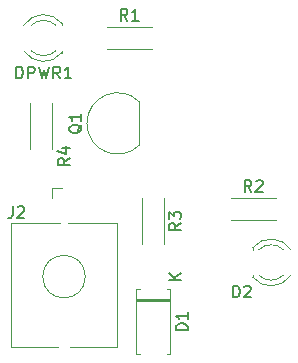
<source format=gbr>
%TF.GenerationSoftware,KiCad,Pcbnew,(6.0.0)*%
%TF.CreationDate,2022-02-15T15:19:29-08:00*%
%TF.ProjectId,LEDShieldPractice,4c454453-6869-4656-9c64-507261637469,rev?*%
%TF.SameCoordinates,Original*%
%TF.FileFunction,Legend,Top*%
%TF.FilePolarity,Positive*%
%FSLAX46Y46*%
G04 Gerber Fmt 4.6, Leading zero omitted, Abs format (unit mm)*
G04 Created by KiCad (PCBNEW (6.0.0)) date 2022-02-15 15:19:29*
%MOMM*%
%LPD*%
G01*
G04 APERTURE LIST*
%ADD10C,0.150000*%
%ADD11C,0.120000*%
G04 APERTURE END LIST*
D10*
%TO.C,R4*%
X35452380Y-45666666D02*
X34976190Y-46000000D01*
X35452380Y-46238095D02*
X34452380Y-46238095D01*
X34452380Y-45857142D01*
X34500000Y-45761904D01*
X34547619Y-45714285D01*
X34642857Y-45666666D01*
X34785714Y-45666666D01*
X34880952Y-45714285D01*
X34928571Y-45761904D01*
X34976190Y-45857142D01*
X34976190Y-46238095D01*
X34785714Y-44809523D02*
X35452380Y-44809523D01*
X34404761Y-45047619D02*
X35119047Y-45285714D01*
X35119047Y-44666666D01*
%TO.C,R3*%
X44872380Y-51166666D02*
X44396190Y-51500000D01*
X44872380Y-51738095D02*
X43872380Y-51738095D01*
X43872380Y-51357142D01*
X43920000Y-51261904D01*
X43967619Y-51214285D01*
X44062857Y-51166666D01*
X44205714Y-51166666D01*
X44300952Y-51214285D01*
X44348571Y-51261904D01*
X44396190Y-51357142D01*
X44396190Y-51738095D01*
X43872380Y-50833333D02*
X43872380Y-50214285D01*
X44253333Y-50547619D01*
X44253333Y-50404761D01*
X44300952Y-50309523D01*
X44348571Y-50261904D01*
X44443809Y-50214285D01*
X44681904Y-50214285D01*
X44777142Y-50261904D01*
X44824761Y-50309523D01*
X44872380Y-50404761D01*
X44872380Y-50690476D01*
X44824761Y-50785714D01*
X44777142Y-50833333D01*
%TO.C,R2*%
X50833333Y-48532380D02*
X50500000Y-48056190D01*
X50261904Y-48532380D02*
X50261904Y-47532380D01*
X50642857Y-47532380D01*
X50738095Y-47580000D01*
X50785714Y-47627619D01*
X50833333Y-47722857D01*
X50833333Y-47865714D01*
X50785714Y-47960952D01*
X50738095Y-48008571D01*
X50642857Y-48056190D01*
X50261904Y-48056190D01*
X51214285Y-47627619D02*
X51261904Y-47580000D01*
X51357142Y-47532380D01*
X51595238Y-47532380D01*
X51690476Y-47580000D01*
X51738095Y-47627619D01*
X51785714Y-47722857D01*
X51785714Y-47818095D01*
X51738095Y-47960952D01*
X51166666Y-48532380D01*
X51785714Y-48532380D01*
%TO.C,R1*%
X40333333Y-34032380D02*
X40000000Y-33556190D01*
X39761904Y-34032380D02*
X39761904Y-33032380D01*
X40142857Y-33032380D01*
X40238095Y-33080000D01*
X40285714Y-33127619D01*
X40333333Y-33222857D01*
X40333333Y-33365714D01*
X40285714Y-33460952D01*
X40238095Y-33508571D01*
X40142857Y-33556190D01*
X39761904Y-33556190D01*
X41285714Y-34032380D02*
X40714285Y-34032380D01*
X41000000Y-34032380D02*
X41000000Y-33032380D01*
X40904761Y-33175238D01*
X40809523Y-33270476D01*
X40714285Y-33318095D01*
%TO.C,Q1*%
X36487619Y-42825238D02*
X36440000Y-42920476D01*
X36344761Y-43015714D01*
X36201904Y-43158571D01*
X36154285Y-43253809D01*
X36154285Y-43349047D01*
X36392380Y-43301428D02*
X36344761Y-43396666D01*
X36249523Y-43491904D01*
X36059047Y-43539523D01*
X35725714Y-43539523D01*
X35535238Y-43491904D01*
X35440000Y-43396666D01*
X35392380Y-43301428D01*
X35392380Y-43110952D01*
X35440000Y-43015714D01*
X35535238Y-42920476D01*
X35725714Y-42872857D01*
X36059047Y-42872857D01*
X36249523Y-42920476D01*
X36344761Y-43015714D01*
X36392380Y-43110952D01*
X36392380Y-43301428D01*
X36392380Y-41920476D02*
X36392380Y-42491904D01*
X36392380Y-42206190D02*
X35392380Y-42206190D01*
X35535238Y-42301428D01*
X35630476Y-42396666D01*
X35678095Y-42491904D01*
%TO.C,J2*%
X30601425Y-49752380D02*
X30601425Y-50466666D01*
X30553806Y-50609523D01*
X30458568Y-50704761D01*
X30315711Y-50752380D01*
X30220473Y-50752380D01*
X31029997Y-49847619D02*
X31077616Y-49800000D01*
X31172854Y-49752380D01*
X31410949Y-49752380D01*
X31506187Y-49800000D01*
X31553806Y-49847619D01*
X31601425Y-49942857D01*
X31601425Y-50038095D01*
X31553806Y-50180952D01*
X30982378Y-50752380D01*
X31601425Y-50752380D01*
%TO.C,DPWR1*%
X30920476Y-38912380D02*
X30920476Y-37912380D01*
X31158571Y-37912380D01*
X31301428Y-37960000D01*
X31396666Y-38055238D01*
X31444285Y-38150476D01*
X31491904Y-38340952D01*
X31491904Y-38483809D01*
X31444285Y-38674285D01*
X31396666Y-38769523D01*
X31301428Y-38864761D01*
X31158571Y-38912380D01*
X30920476Y-38912380D01*
X31920476Y-38912380D02*
X31920476Y-37912380D01*
X32301428Y-37912380D01*
X32396666Y-37960000D01*
X32444285Y-38007619D01*
X32491904Y-38102857D01*
X32491904Y-38245714D01*
X32444285Y-38340952D01*
X32396666Y-38388571D01*
X32301428Y-38436190D01*
X31920476Y-38436190D01*
X32825238Y-37912380D02*
X33063333Y-38912380D01*
X33253809Y-38198095D01*
X33444285Y-38912380D01*
X33682380Y-37912380D01*
X34634761Y-38912380D02*
X34301428Y-38436190D01*
X34063333Y-38912380D02*
X34063333Y-37912380D01*
X34444285Y-37912380D01*
X34539523Y-37960000D01*
X34587142Y-38007619D01*
X34634761Y-38102857D01*
X34634761Y-38245714D01*
X34587142Y-38340952D01*
X34539523Y-38388571D01*
X34444285Y-38436190D01*
X34063333Y-38436190D01*
X35587142Y-38912380D02*
X35015714Y-38912380D01*
X35301428Y-38912380D02*
X35301428Y-37912380D01*
X35206190Y-38055238D01*
X35110952Y-38150476D01*
X35015714Y-38198095D01*
%TO.C,D2*%
X49261904Y-57452380D02*
X49261904Y-56452380D01*
X49500000Y-56452380D01*
X49642857Y-56500000D01*
X49738095Y-56595238D01*
X49785714Y-56690476D01*
X49833333Y-56880952D01*
X49833333Y-57023809D01*
X49785714Y-57214285D01*
X49738095Y-57309523D01*
X49642857Y-57404761D01*
X49500000Y-57452380D01*
X49261904Y-57452380D01*
X50214285Y-56547619D02*
X50261904Y-56500000D01*
X50357142Y-56452380D01*
X50595238Y-56452380D01*
X50690476Y-56500000D01*
X50738095Y-56547619D01*
X50785714Y-56642857D01*
X50785714Y-56738095D01*
X50738095Y-56880952D01*
X50166666Y-57452380D01*
X50785714Y-57452380D01*
%TO.C,D1*%
X45422380Y-60238095D02*
X44422380Y-60238095D01*
X44422380Y-60000000D01*
X44470000Y-59857142D01*
X44565238Y-59761904D01*
X44660476Y-59714285D01*
X44850952Y-59666666D01*
X44993809Y-59666666D01*
X45184285Y-59714285D01*
X45279523Y-59761904D01*
X45374761Y-59857142D01*
X45422380Y-60000000D01*
X45422380Y-60238095D01*
X45422380Y-58714285D02*
X45422380Y-59285714D01*
X45422380Y-59000000D02*
X44422380Y-59000000D01*
X44565238Y-59095238D01*
X44660476Y-59190476D01*
X44708095Y-59285714D01*
X44852380Y-55951904D02*
X43852380Y-55951904D01*
X44852380Y-55380476D02*
X44280952Y-55809047D01*
X43852380Y-55380476D02*
X44423809Y-55951904D01*
D11*
%TO.C,R4*%
X32080000Y-44880000D02*
X32080000Y-41040000D01*
X33920000Y-44880000D02*
X33920000Y-41040000D01*
%TO.C,R3*%
X43420000Y-49080000D02*
X43420000Y-52920000D01*
X41580000Y-49080000D02*
X41580000Y-52920000D01*
%TO.C,R2*%
X49080000Y-49080000D02*
X52920000Y-49080000D01*
X49080000Y-50920000D02*
X52920000Y-50920000D01*
%TO.C,R1*%
X38580000Y-34580000D02*
X42420000Y-34580000D01*
X38580000Y-36420000D02*
X42420000Y-36420000D01*
%TO.C,Q1*%
X41350000Y-44530000D02*
X41350000Y-40930000D01*
X36899999Y-42730000D02*
G75*
G03*
X41338478Y-44568478I2600001J0D01*
G01*
X41338478Y-40891522D02*
G75*
G03*
X36900000Y-42730000I-1838478J-1838478D01*
G01*
%TO.C,J2*%
X30464759Y-51200000D02*
X30464759Y-61700000D01*
X39464759Y-51200000D02*
X39464759Y-61700000D01*
X39464759Y-61700000D02*
X35464759Y-61700000D01*
X34464759Y-61700000D02*
X30464759Y-61700000D01*
X39464759Y-51200000D02*
X35314759Y-51200000D01*
X34614759Y-51200000D02*
X30464759Y-51200000D01*
X36764759Y-55700000D02*
G75*
G03*
X36764759Y-55700000I-1800000J0D01*
G01*
X33904759Y-48220000D02*
X33904759Y-49020000D01*
X33904759Y-48220000D02*
X34764759Y-48220000D01*
%TO.C,DPWR1*%
X31557665Y-36578608D02*
G75*
G03*
X34790000Y-36735516I1672335J1078608D01*
G01*
X34790000Y-34264484D02*
G75*
G03*
X31557665Y-34421392I-1560000J-1235516D01*
G01*
X32188870Y-36579837D02*
G75*
G03*
X34270961Y-36580000I1041130J1079837D01*
G01*
X34270961Y-34420000D02*
G75*
G03*
X32188870Y-34420163I-1040961J-1080000D01*
G01*
X34790000Y-36736000D02*
X34790000Y-36580000D01*
X34790000Y-34420000D02*
X34790000Y-34264000D01*
%TO.C,D2*%
X54167335Y-53421392D02*
G75*
G03*
X50935000Y-53264484I-1672335J-1078608D01*
G01*
X50935000Y-55735516D02*
G75*
G03*
X54167335Y-55578608I1560000J1235516D01*
G01*
X53536130Y-53420163D02*
G75*
G03*
X51454039Y-53420000I-1041130J-1079837D01*
G01*
X51454039Y-55580000D02*
G75*
G03*
X53536130Y-55579837I1040961J1080000D01*
G01*
X50935000Y-53264000D02*
X50935000Y-53420000D01*
X50935000Y-55580000D02*
X50935000Y-55736000D01*
%TO.C,D1*%
X43640000Y-56780000D02*
X43970000Y-56780000D01*
X43970000Y-56780000D02*
X43970000Y-62220000D01*
X43970000Y-62220000D02*
X43640000Y-62220000D01*
X41360000Y-56780000D02*
X41030000Y-56780000D01*
X41030000Y-56780000D02*
X41030000Y-62220000D01*
X41030000Y-62220000D02*
X41360000Y-62220000D01*
X43970000Y-57680000D02*
X41030000Y-57680000D01*
X43970000Y-57800000D02*
X41030000Y-57800000D01*
X43970000Y-57560000D02*
X41030000Y-57560000D01*
%TD*%
M02*

</source>
